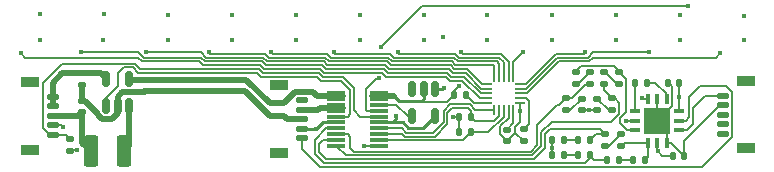
<source format=gbr>
%TF.GenerationSoftware,KiCad,Pcbnew,(6.0.0)*%
%TF.CreationDate,2022-04-23T18:16:59+01:00*%
%TF.ProjectId,pcb O,70636220-4f2e-46b6-9963-61645f706362,rev?*%
%TF.SameCoordinates,Original*%
%TF.FileFunction,Copper,L1,Top*%
%TF.FilePolarity,Positive*%
%FSLAX46Y46*%
G04 Gerber Fmt 4.6, Leading zero omitted, Abs format (unit mm)*
G04 Created by KiCad (PCBNEW (6.0.0)) date 2022-04-23 18:16:59*
%MOMM*%
%LPD*%
G01*
G04 APERTURE LIST*
G04 Aperture macros list*
%AMRoundRect*
0 Rectangle with rounded corners*
0 $1 Rounding radius*
0 $2 $3 $4 $5 $6 $7 $8 $9 X,Y pos of 4 corners*
0 Add a 4 corners polygon primitive as box body*
4,1,4,$2,$3,$4,$5,$6,$7,$8,$9,$2,$3,0*
0 Add four circle primitives for the rounded corners*
1,1,$1+$1,$2,$3*
1,1,$1+$1,$4,$5*
1,1,$1+$1,$6,$7*
1,1,$1+$1,$8,$9*
0 Add four rect primitives between the rounded corners*
20,1,$1+$1,$2,$3,$4,$5,0*
20,1,$1+$1,$4,$5,$6,$7,0*
20,1,$1+$1,$6,$7,$8,$9,0*
20,1,$1+$1,$8,$9,$2,$3,0*%
%AMFreePoly0*
4,1,14,0.354215,0.088284,0.450784,-0.008285,0.462500,-0.036569,0.462500,-0.060000,0.450784,-0.088284,0.422500,-0.100000,-0.422500,-0.100000,-0.450784,-0.088284,-0.462500,-0.060000,-0.462500,0.060000,-0.450784,0.088284,-0.422500,0.100000,0.325931,0.100000,0.354215,0.088284,0.354215,0.088284,$1*%
%AMFreePoly1*
4,1,14,0.450784,0.088284,0.462500,0.060000,0.462500,0.036569,0.450784,0.008285,0.354215,-0.088284,0.325931,-0.100000,-0.422500,-0.100000,-0.450784,-0.088284,-0.462500,-0.060000,-0.462500,0.060000,-0.450784,0.088284,-0.422500,0.100000,0.422500,0.100000,0.450784,0.088284,0.450784,0.088284,$1*%
%AMFreePoly2*
4,1,14,0.088284,0.450784,0.100000,0.422500,0.100000,-0.422500,0.088284,-0.450784,0.060000,-0.462500,-0.060000,-0.462500,-0.088284,-0.450784,-0.100000,-0.422500,-0.100000,0.325931,-0.088284,0.354215,0.008285,0.450784,0.036569,0.462500,0.060000,0.462500,0.088284,0.450784,0.088284,0.450784,$1*%
%AMFreePoly3*
4,1,14,-0.008285,0.450784,0.088284,0.354215,0.100000,0.325931,0.100000,-0.422500,0.088284,-0.450784,0.060000,-0.462500,-0.060000,-0.462500,-0.088284,-0.450784,-0.100000,-0.422500,-0.100000,0.422500,-0.088284,0.450784,-0.060000,0.462500,-0.036569,0.462500,-0.008285,0.450784,-0.008285,0.450784,$1*%
%AMFreePoly4*
4,1,14,0.450784,0.088284,0.462500,0.060000,0.462500,-0.060000,0.450784,-0.088284,0.422500,-0.100000,-0.325931,-0.100000,-0.354215,-0.088284,-0.450784,0.008285,-0.462500,0.036569,-0.462500,0.060000,-0.450784,0.088284,-0.422500,0.100000,0.422500,0.100000,0.450784,0.088284,0.450784,0.088284,$1*%
%AMFreePoly5*
4,1,14,0.450784,0.088284,0.462500,0.060000,0.462500,-0.060000,0.450784,-0.088284,0.422500,-0.100000,-0.422500,-0.100000,-0.450784,-0.088284,-0.462500,-0.060000,-0.462500,-0.036569,-0.450784,-0.008285,-0.354215,0.088284,-0.325931,0.100000,0.422500,0.100000,0.450784,0.088284,0.450784,0.088284,$1*%
%AMFreePoly6*
4,1,14,0.088284,0.450784,0.100000,0.422500,0.100000,-0.325931,0.088284,-0.354215,-0.008285,-0.450784,-0.036569,-0.462500,-0.060000,-0.462500,-0.088284,-0.450784,-0.100000,-0.422500,-0.100000,0.422500,-0.088284,0.450784,-0.060000,0.462500,0.060000,0.462500,0.088284,0.450784,0.088284,0.450784,$1*%
%AMFreePoly7*
4,1,14,0.088284,0.450784,0.100000,0.422500,0.100000,-0.422500,0.088284,-0.450784,0.060000,-0.462500,0.036569,-0.462500,0.008285,-0.450784,-0.088284,-0.354215,-0.100000,-0.325931,-0.100000,0.422500,-0.088284,0.450784,-0.060000,0.462500,0.060000,0.462500,0.088284,0.450784,0.088284,0.450784,$1*%
G04 Aperture macros list end*
%TA.AperFunction,SMDPad,CuDef*%
%ADD10RoundRect,0.135000X-0.185000X0.135000X-0.185000X-0.135000X0.185000X-0.135000X0.185000X0.135000X0*%
%TD*%
%TA.AperFunction,SMDPad,CuDef*%
%ADD11RoundRect,0.140000X0.170000X-0.140000X0.170000X0.140000X-0.170000X0.140000X-0.170000X-0.140000X0*%
%TD*%
%TA.AperFunction,SMDPad,CuDef*%
%ADD12RoundRect,0.140000X-0.170000X0.140000X-0.170000X-0.140000X0.170000X-0.140000X0.170000X0.140000X0*%
%TD*%
%TA.AperFunction,SMDPad,CuDef*%
%ADD13RoundRect,0.125000X-0.375000X0.125000X-0.375000X-0.125000X0.375000X-0.125000X0.375000X0.125000X0*%
%TD*%
%TA.AperFunction,SMDPad,CuDef*%
%ADD14RoundRect,0.225000X-0.575000X0.225000X-0.575000X-0.225000X0.575000X-0.225000X0.575000X0.225000X0*%
%TD*%
%TA.AperFunction,SMDPad,CuDef*%
%ADD15R,1.600000X0.300000*%
%TD*%
%TA.AperFunction,SMDPad,CuDef*%
%ADD16RoundRect,0.135000X0.135000X0.185000X-0.135000X0.185000X-0.135000X-0.185000X0.135000X-0.185000X0*%
%TD*%
%TA.AperFunction,SMDPad,CuDef*%
%ADD17RoundRect,0.250000X0.375000X1.075000X-0.375000X1.075000X-0.375000X-1.075000X0.375000X-1.075000X0*%
%TD*%
%TA.AperFunction,SMDPad,CuDef*%
%ADD18RoundRect,0.140000X0.140000X0.170000X-0.140000X0.170000X-0.140000X-0.170000X0.140000X-0.170000X0*%
%TD*%
%TA.AperFunction,SMDPad,CuDef*%
%ADD19R,0.965200X0.304800*%
%TD*%
%TA.AperFunction,SMDPad,CuDef*%
%ADD20R,0.304800X0.965200*%
%TD*%
%TA.AperFunction,SMDPad,CuDef*%
%ADD21R,2.260600X2.260600*%
%TD*%
%TA.AperFunction,SMDPad,CuDef*%
%ADD22RoundRect,0.150000X-0.150000X0.512500X-0.150000X-0.512500X0.150000X-0.512500X0.150000X0.512500X0*%
%TD*%
%TA.AperFunction,SMDPad,CuDef*%
%ADD23FreePoly0,90.000000*%
%TD*%
%TA.AperFunction,SMDPad,CuDef*%
%ADD24RoundRect,0.050000X0.050000X-0.412500X0.050000X0.412500X-0.050000X0.412500X-0.050000X-0.412500X0*%
%TD*%
%TA.AperFunction,SMDPad,CuDef*%
%ADD25FreePoly1,90.000000*%
%TD*%
%TA.AperFunction,SMDPad,CuDef*%
%ADD26FreePoly2,90.000000*%
%TD*%
%TA.AperFunction,SMDPad,CuDef*%
%ADD27RoundRect,0.050000X0.412500X-0.050000X0.412500X0.050000X-0.412500X0.050000X-0.412500X-0.050000X0*%
%TD*%
%TA.AperFunction,SMDPad,CuDef*%
%ADD28FreePoly3,90.000000*%
%TD*%
%TA.AperFunction,SMDPad,CuDef*%
%ADD29FreePoly4,90.000000*%
%TD*%
%TA.AperFunction,SMDPad,CuDef*%
%ADD30FreePoly5,90.000000*%
%TD*%
%TA.AperFunction,SMDPad,CuDef*%
%ADD31FreePoly6,90.000000*%
%TD*%
%TA.AperFunction,SMDPad,CuDef*%
%ADD32FreePoly7,90.000000*%
%TD*%
%TA.AperFunction,SMDPad,CuDef*%
%ADD33RoundRect,0.140000X-0.140000X-0.170000X0.140000X-0.170000X0.140000X0.170000X-0.140000X0.170000X0*%
%TD*%
%TA.AperFunction,SMDPad,CuDef*%
%ADD34RoundRect,0.150000X0.150000X-0.512500X0.150000X0.512500X-0.150000X0.512500X-0.150000X-0.512500X0*%
%TD*%
%TA.AperFunction,SMDPad,CuDef*%
%ADD35RoundRect,0.135000X0.185000X-0.135000X0.185000X0.135000X-0.185000X0.135000X-0.185000X-0.135000X0*%
%TD*%
%TA.AperFunction,SMDPad,CuDef*%
%ADD36RoundRect,0.125000X0.375000X-0.125000X0.375000X0.125000X-0.375000X0.125000X-0.375000X-0.125000X0*%
%TD*%
%TA.AperFunction,SMDPad,CuDef*%
%ADD37RoundRect,0.225000X0.575000X-0.225000X0.575000X0.225000X-0.575000X0.225000X-0.575000X-0.225000X0*%
%TD*%
%TA.AperFunction,ViaPad*%
%ADD38C,0.400000*%
%TD*%
%TA.AperFunction,Conductor*%
%ADD39C,0.127000*%
%TD*%
%TA.AperFunction,Conductor*%
%ADD40C,0.508000*%
%TD*%
%TA.AperFunction,Conductor*%
%ADD41C,0.254000*%
%TD*%
G04 APERTURE END LIST*
D10*
%TO.P,R51,1*%
%TO.N,/A3*%
X71700000Y-117390000D03*
%TO.P,R51,2*%
%TO.N,GND*%
X71700000Y-118410000D03*
%TD*%
D11*
%TO.P,C86,1,1*%
%TO.N,Net-(C86-Pad1)*%
X114489588Y-112660000D03*
%TO.P,C86,2,2*%
%TO.N,Net-(C82-Pad2)*%
X114489588Y-111700000D03*
%TD*%
D12*
%TO.P,C80,1,1*%
%TO.N,Net-(C80-Pad1)*%
X116289588Y-113940000D03*
%TO.P,C80,2,2*%
%TO.N,GNDA*%
X116289588Y-114900000D03*
%TD*%
D13*
%TO.P,J5,1,Pin_1*%
%TO.N,unconnected-(J5-Pad1)*%
X70220000Y-113800000D03*
%TO.P,J5,2,Pin_2*%
%TO.N,/LED_FB*%
X70220000Y-114600000D03*
%TO.P,J5,3,Pin_3*%
%TO.N,/LED_SW*%
X70220000Y-115400000D03*
%TO.P,J5,4,Pin_4*%
%TO.N,+3V3*%
X70220000Y-116200000D03*
%TO.P,J5,5,Pin_5*%
%TO.N,/A3*%
X70220000Y-117000000D03*
D14*
%TO.P,J5,MP*%
%TO.N,N/C*%
X68300000Y-118250000D03*
X68300000Y-112550000D03*
%TD*%
D15*
%TO.P,J11,1,Pin_1*%
%TO.N,/vs1053_LEFT*%
X94200000Y-117950000D03*
%TO.P,J11,2,Pin_2*%
%TO.N,/vs1053_RIGHT*%
X94200000Y-117450000D03*
%TO.P,J11,3,Pin_3*%
%TO.N,/AOHPL*%
X94200000Y-116950000D03*
%TO.P,J11,4,Pin_4*%
%TO.N,/AOHPR*%
X94200000Y-116450000D03*
%TO.P,J11,5,Pin_5*%
%TO.N,GNDA*%
X94200000Y-115950000D03*
%TO.P,J11,6,Pin_6*%
%TO.N,/D7*%
X94200000Y-115450000D03*
%TO.P,J11,7,Pin_7*%
%TO.N,+BATT*%
X94200000Y-114950000D03*
%TO.P,J11,8,Pin_8*%
X94200000Y-114450000D03*
%TO.P,J11,9,Pin_9*%
%TO.N,VBUS*%
X94200000Y-113950000D03*
%TO.P,J11,10,Pin_10*%
X94200000Y-113450000D03*
%TO.P,J11,11,Pin_11*%
%TO.N,+1V8*%
X97800000Y-117950000D03*
%TO.P,J11,12,Pin_12*%
%TO.N,/SDA*%
X97800000Y-117450000D03*
%TO.P,J11,13,Pin_13*%
%TO.N,/SCL*%
X97800000Y-116950000D03*
%TO.P,J11,14,Pin_14*%
%TO.N,/D3*%
X97800000Y-116450000D03*
%TO.P,J11,15,Pin_15*%
%TO.N,+3V3*%
X97800000Y-115950000D03*
%TO.P,J11,16,Pin_16*%
%TO.N,/A3*%
X97800000Y-115450000D03*
%TO.P,J11,17,Pin_17*%
%TO.N,/D2*%
X97800000Y-114950000D03*
%TO.P,J11,18,Pin_18*%
%TO.N,/D11*%
X97800000Y-114450000D03*
%TO.P,J11,19,Pin_19*%
%TO.N,GND*%
X97800000Y-113950000D03*
%TO.P,J11,20,Pin_20*%
X97800000Y-113450000D03*
%TD*%
D10*
%TO.P,R80,1,1*%
%TO.N,/vs1053_LEFT*%
X117589588Y-113910000D03*
%TO.P,R80,2,2*%
%TO.N,Net-(C80-Pad1)*%
X117589588Y-114930000D03*
%TD*%
D16*
%TO.P,R42,1,1*%
%TO.N,/SDA*%
X105620000Y-116800000D03*
%TO.P,R42,2,2*%
%TO.N,+3V3*%
X104600000Y-116800000D03*
%TD*%
%TO.P,R41,1,1*%
%TO.N,/SCL*%
X105620000Y-115500000D03*
%TO.P,R41,2,2*%
%TO.N,+3V3*%
X104600000Y-115500000D03*
%TD*%
D17*
%TO.P,L50,1,1*%
%TO.N,Net-(L50-Pad1)*%
X76225000Y-118400000D03*
%TO.P,L50,2,2*%
%TO.N,/LED_SW*%
X73425000Y-118400000D03*
%TD*%
D18*
%TO.P,C85,1,1*%
%TO.N,Net-(C85-Pad1)*%
X113475000Y-118750000D03*
%TO.P,C85,2,2*%
%TO.N,GNDA*%
X112515000Y-118750000D03*
%TD*%
D11*
%TO.P,C83,1,1*%
%TO.N,Net-(C83-Pad1)*%
X118305000Y-117930000D03*
%TO.P,C83,2,2*%
%TO.N,Net-(C83-Pad2)*%
X118305000Y-116970000D03*
%TD*%
D13*
%TO.P,J80,1,Pin_1*%
%TO.N,unconnected-(J80-Pad1)*%
X91315724Y-114070000D03*
%TO.P,J80,2,Pin_2*%
%TO.N,+BATT*%
X91315724Y-114870000D03*
%TO.P,J80,3,Pin_3*%
%TO.N,GND*%
X91315724Y-115670000D03*
%TO.P,J80,4,Pin_4*%
%TO.N,GNDA*%
X91315724Y-116470000D03*
%TO.P,J80,5,Pin_5*%
%TO.N,/L_OUT*%
X91315724Y-117270000D03*
D14*
%TO.P,J80,MP*%
%TO.N,N/C*%
X89395724Y-118520000D03*
X89395724Y-112820000D03*
%TD*%
D10*
%TO.P,R82,1,1*%
%TO.N,Net-(C82-Pad1)*%
X116889588Y-111670000D03*
%TO.P,R82,2,2*%
%TO.N,/vs1053_LEFT*%
X116889588Y-112690000D03*
%TD*%
D16*
%TO.P,R87,1,1*%
%TO.N,Net-(C87-Pad1)*%
X118155000Y-119100000D03*
%TO.P,R87,2,2*%
%TO.N,/AOHPR*%
X117135000Y-119100000D03*
%TD*%
D19*
%TO.P,U8,1,C1N*%
%TO.N,Net-(C88-Pad1)*%
X119522688Y-114999999D03*
%TO.P,U8,2,PVSS*%
%TO.N,Net-(C89-Pad1)*%
X119522688Y-115800000D03*
%TO.P,U8,3,INL*%
%TO.N,Net-(C82-Pad2)*%
X119522688Y-116600001D03*
D20*
%TO.P,U8,4,INR*%
%TO.N,Net-(C83-Pad1)*%
X120589587Y-117666900D03*
%TO.P,U8,5,VSS*%
%TO.N,Net-(C89-Pad1)*%
X121389588Y-117666900D03*
%TO.P,U8,6,SGND*%
%TO.N,GNDA*%
X122189589Y-117666900D03*
D19*
%TO.P,U8,7,OUTR*%
%TO.N,/R_OUT*%
X123256488Y-116600001D03*
%TO.P,U8,8,OUTL*%
%TO.N,/L_OUT*%
X123256488Y-115800000D03*
%TO.P,U8,9,VDD*%
%TO.N,+1V8*%
X123256488Y-114999999D03*
D20*
%TO.P,U8,10,C1P*%
%TO.N,Net-(C88-Pad2)*%
X122189589Y-113933100D03*
%TO.P,U8,11,PGND*%
%TO.N,GNDA*%
X121389588Y-113933100D03*
%TO.P,U8,12,~{SHDN}*%
%TO.N,+1V8*%
X120589587Y-113933100D03*
D21*
%TO.P,U8,13,EP*%
%TO.N,GNDA*%
X121389588Y-115800000D03*
%TD*%
D22*
%TO.P,U6,1,OUT*%
%TO.N,/RGB_VDD*%
X102550000Y-113162500D03*
%TO.P,U6,2,GND*%
%TO.N,GND*%
X101600000Y-113162500D03*
%TO.P,U6,3,~{FLG}*%
%TO.N,unconnected-(U6-Pad3)*%
X100650000Y-113162500D03*
%TO.P,U6,4,EN*%
%TO.N,/D11*%
X100650000Y-115437500D03*
%TO.P,U6,5,IN*%
%TO.N,+3V3*%
X102550000Y-115437500D03*
%TD*%
D10*
%TO.P,R84,1,1*%
%TO.N,/AOHPL*%
X113689588Y-113910000D03*
%TO.P,R84,2,2*%
%TO.N,Net-(C84-Pad1)*%
X113689588Y-114930000D03*
%TD*%
D16*
%TO.P,R81,1,1*%
%TO.N,/vs1053_RIGHT*%
X115705000Y-117400000D03*
%TO.P,R81,2,2*%
%TO.N,Net-(C81-Pad1)*%
X114685000Y-117400000D03*
%TD*%
D23*
%TO.P,U4,1,#IRQ*%
%TO.N,/D3*%
X107600000Y-114887500D03*
D24*
%TO.P,U4,2,SCL*%
%TO.N,/SCL*%
X108000000Y-114887500D03*
%TO.P,U4,3,SDA*%
%TO.N,/SDA*%
X108400000Y-114887500D03*
%TO.P,U4,4,ADDR*%
%TO.N,GND*%
X108800000Y-114887500D03*
D25*
%TO.P,U4,5,VREG*%
%TO.N,Net-(C41-Pad1)*%
X109200000Y-114887500D03*
D26*
%TO.P,U4,6,VSS*%
%TO.N,GND*%
X109787500Y-114300000D03*
D27*
%TO.P,U4,7,REXT*%
%TO.N,Net-(R40-Pad2)*%
X109787500Y-113900000D03*
%TO.P,U4,8,ELE0*%
%TO.N,/ELEC0*%
X109787500Y-113500000D03*
%TO.P,U4,9,ELE1*%
%TO.N,/ELEC1*%
X109787500Y-113100000D03*
D28*
%TO.P,U4,10,ELE2*%
%TO.N,/ELEC2*%
X109787500Y-112700000D03*
D29*
%TO.P,U4,11,ELE3*%
%TO.N,/ELEC3*%
X109200000Y-112112500D03*
D24*
%TO.P,U4,12,ELE4/LED0*%
%TO.N,/ELEC4*%
X108800000Y-112112500D03*
%TO.P,U4,13,ELE5/LED1*%
%TO.N,/ELEC5*%
X108400000Y-112112500D03*
%TO.P,U4,14,ELE6/LED2*%
%TO.N,/ELEC6*%
X108000000Y-112112500D03*
D30*
%TO.P,U4,15,ELE7/LED3*%
%TO.N,/ELEC7*%
X107600000Y-112112500D03*
D31*
%TO.P,U4,16,ELE8/LED4*%
%TO.N,/ELEC8*%
X107012500Y-112700000D03*
D27*
%TO.P,U4,17,ELE9/LED5*%
%TO.N,/ELEC9*%
X107012500Y-113100000D03*
%TO.P,U4,18,ELE10/LED6*%
%TO.N,/ELEC10*%
X107012500Y-113500000D03*
%TO.P,U4,19,ELE11/LED7*%
%TO.N,/ELEC11*%
X107012500Y-113900000D03*
D32*
%TO.P,U4,20,VDD*%
%TO.N,+3V3*%
X107012500Y-114300000D03*
%TD*%
D33*
%TO.P,C89,1,1*%
%TO.N,Net-(C89-Pad1)*%
X122725000Y-118800000D03*
%TO.P,C89,2,2*%
%TO.N,GNDA*%
X123685000Y-118800000D03*
%TD*%
D18*
%TO.P,C40,1,1*%
%TO.N,+3V3*%
X105180000Y-113600000D03*
%TO.P,C40,2,2*%
%TO.N,GND*%
X104220000Y-113600000D03*
%TD*%
D34*
%TO.P,U5,1,EN*%
%TO.N,/D7*%
X74750000Y-114537500D03*
%TO.P,U5,2,GND*%
%TO.N,GND*%
X75700000Y-114537500D03*
%TO.P,U5,3,SW*%
%TO.N,Net-(L50-Pad1)*%
X76650000Y-114537500D03*
%TO.P,U5,4,VIN*%
%TO.N,VBUS*%
X76650000Y-112262500D03*
%TO.P,U5,5,FB*%
%TO.N,/LED_FB*%
X74750000Y-112262500D03*
%TD*%
D35*
%TO.P,R83,1,1*%
%TO.N,Net-(C83-Pad2)*%
X116955000Y-117960000D03*
%TO.P,R83,2,2*%
%TO.N,/vs1053_RIGHT*%
X116955000Y-116940000D03*
%TD*%
%TO.P,R40,1,1*%
%TO.N,GND*%
X110065000Y-117565000D03*
%TO.P,R40,2,2*%
%TO.N,Net-(R40-Pad2)*%
X110065000Y-116545000D03*
%TD*%
D11*
%TO.P,C50,1,1*%
%TO.N,/LED_SW*%
X72700000Y-115080000D03*
%TO.P,C50,2,2*%
%TO.N,GND*%
X72700000Y-114120000D03*
%TD*%
D10*
%TO.P,R50,1*%
%TO.N,/LED_FB*%
X72700000Y-111790000D03*
%TO.P,R50,2*%
%TO.N,GND*%
X72700000Y-112810000D03*
%TD*%
D11*
%TO.P,C82,1,1*%
%TO.N,Net-(C82-Pad1)*%
X118189588Y-112660000D03*
%TO.P,C82,2,2*%
%TO.N,Net-(C82-Pad2)*%
X118189588Y-111700000D03*
%TD*%
D18*
%TO.P,C810,1,1*%
%TO.N,+1V8*%
X123269588Y-112600000D03*
%TO.P,C810,2,2*%
%TO.N,GNDA*%
X122309588Y-112600000D03*
%TD*%
D33*
%TO.P,C88,1,1*%
%TO.N,Net-(C88-Pad1)*%
X119542688Y-112600000D03*
%TO.P,C88,2,2*%
%TO.N,Net-(C88-Pad2)*%
X120502688Y-112600000D03*
%TD*%
D11*
%TO.P,C51,1,1*%
%TO.N,GND*%
X78100000Y-113280000D03*
%TO.P,C51,2,2*%
%TO.N,VBUS*%
X78100000Y-112320000D03*
%TD*%
D12*
%TO.P,C84,1,1*%
%TO.N,Net-(C84-Pad1)*%
X114989588Y-113940000D03*
%TO.P,C84,2,2*%
%TO.N,GNDA*%
X114989588Y-114900000D03*
%TD*%
D18*
%TO.P,C81,1,1*%
%TO.N,Net-(C81-Pad1)*%
X113475000Y-117400000D03*
%TO.P,C81,2,2*%
%TO.N,GNDA*%
X112515000Y-117400000D03*
%TD*%
D12*
%TO.P,C41,1,1*%
%TO.N,Net-(C41-Pad1)*%
X108665000Y-116575000D03*
%TO.P,C41,2,2*%
%TO.N,GND*%
X108665000Y-117535000D03*
%TD*%
D36*
%TO.P,J81,1,Pin_1*%
%TO.N,unconnected-(J81-Pad1)*%
X126970000Y-116890000D03*
%TO.P,J81,2,Pin_2*%
%TO.N,unconnected-(J81-Pad2)*%
X126970000Y-116090000D03*
%TO.P,J81,3,Pin_3*%
%TO.N,unconnected-(J81-Pad3)*%
X126970000Y-115290000D03*
%TO.P,J81,4,Pin_4*%
%TO.N,GNDA*%
X126970000Y-114490000D03*
%TO.P,J81,5,Pin_5*%
%TO.N,/R_OUT*%
X126970000Y-113690000D03*
D37*
%TO.P,J81,MP*%
%TO.N,N/C*%
X128890000Y-118140000D03*
X128890000Y-112440000D03*
%TD*%
D33*
%TO.P,C87,1,1*%
%TO.N,Net-(C87-Pad1)*%
X119375000Y-119100000D03*
%TO.P,C87,2,2*%
%TO.N,Net-(C83-Pad1)*%
X120335000Y-119100000D03*
%TD*%
D10*
%TO.P,R86,1,1*%
%TO.N,Net-(C86-Pad1)*%
X115689588Y-111670000D03*
%TO.P,R86,2,2*%
%TO.N,/AOHPL*%
X115689588Y-112690000D03*
%TD*%
D16*
%TO.P,R85,1,1*%
%TO.N,/AOHPR*%
X115715000Y-118750000D03*
%TO.P,R85,2,2*%
%TO.N,Net-(C85-Pad1)*%
X114695000Y-118750000D03*
%TD*%
D38*
%TO.N,GND*%
X80000000Y-106848509D03*
X123305924Y-106837000D03*
X96200000Y-109000000D03*
X69100000Y-109000000D03*
X107000000Y-109000000D03*
X72700000Y-113400000D03*
X69100000Y-106798509D03*
X128700000Y-106900000D03*
X96200000Y-106848509D03*
X107000317Y-106848509D03*
X101602462Y-106848509D03*
X101600000Y-109000000D03*
X128700000Y-109000000D03*
X99100000Y-113700000D03*
X109800000Y-115000000D03*
X85407793Y-106848509D03*
X72300000Y-118300000D03*
X104600000Y-112900000D03*
X74500000Y-109000000D03*
X123300000Y-109000000D03*
X117907471Y-106848509D03*
X80000000Y-109000000D03*
X117900000Y-109000000D03*
X85400000Y-109000000D03*
X112500000Y-106848509D03*
X90800000Y-109000000D03*
X89800000Y-115400000D03*
X90800000Y-106848509D03*
X76100000Y-113400000D03*
X112500000Y-109000000D03*
X74502781Y-106798509D03*
%TO.N,GNDA*%
X122189588Y-115000000D03*
X115609588Y-114900000D03*
X112515000Y-118090000D03*
X120589588Y-116600000D03*
X92500000Y-116500000D03*
X120589588Y-115000000D03*
X122189588Y-116600000D03*
%TO.N,+3V3*%
X71100000Y-116300000D03*
X99300000Y-115400000D03*
X104100000Y-115500000D03*
%TO.N,+1V8*%
X96600000Y-117957440D03*
X120122688Y-113900000D03*
X123256488Y-113766900D03*
%TO.N,/RGB_VDD*%
X103262500Y-108700000D03*
X103300000Y-113000000D03*
%TO.N,/D2*%
X124000000Y-106100000D03*
X98000000Y-109600000D03*
X97854890Y-112232091D03*
%TO.N,/ELEC0*%
X126700000Y-110100000D03*
%TO.N,/ELEC1*%
X120700000Y-110000000D03*
%TO.N,/ELEC2*%
X115300000Y-110000000D03*
%TO.N,/ELEC3*%
X110000000Y-110000000D03*
%TO.N,/ELEC4*%
X104808276Y-109991724D03*
%TO.N,/ELEC5*%
X99400000Y-110000000D03*
%TO.N,/ELEC6*%
X94000000Y-110000000D03*
%TO.N,/ELEC7*%
X88700000Y-110000000D03*
%TO.N,/ELEC8*%
X83400000Y-110000000D03*
%TO.N,/ELEC9*%
X78100000Y-110000000D03*
%TO.N,/ELEC10*%
X72600000Y-110000000D03*
%TO.N,/ELEC11*%
X67500000Y-110100000D03*
%TO.N,Net-(C89-Pad1)*%
X121422688Y-118400000D03*
X118722688Y-115800000D03*
%TD*%
D39*
%TO.N,GND*%
X71810000Y-118300000D02*
X71700000Y-118410000D01*
D40*
X89800000Y-115400000D02*
X90070000Y-115670000D01*
D41*
X99551520Y-114151520D02*
X99100000Y-113700000D01*
D40*
X90070000Y-115670000D02*
X91315724Y-115670000D01*
D39*
X108800000Y-115560044D02*
X108800000Y-114887500D01*
X101496960Y-114200000D02*
X103620000Y-114200000D01*
D40*
X72700000Y-114100000D02*
X72700000Y-113400000D01*
D39*
X108091980Y-116961980D02*
X108091980Y-116268064D01*
D40*
X76100000Y-113400000D02*
X77980000Y-113400000D01*
X73996480Y-115196480D02*
X73996480Y-115299986D01*
D39*
X109335000Y-116865000D02*
X109335000Y-116366770D01*
X101448480Y-114151520D02*
X101496960Y-114200000D01*
X108091980Y-116268064D02*
X108800000Y-115560044D01*
D40*
X74350014Y-115653520D02*
X75203502Y-115653520D01*
X75203502Y-115653520D02*
X75700000Y-115157022D01*
X86480000Y-113280000D02*
X88600000Y-115400000D01*
X72700000Y-114120000D02*
X72700000Y-114100000D01*
X72700000Y-113400000D02*
X72700000Y-112810000D01*
D39*
X108665000Y-117535000D02*
X108091980Y-116961980D01*
D40*
X75700000Y-115157022D02*
X75700000Y-114537500D01*
X88600000Y-115400000D02*
X89800000Y-115400000D01*
D39*
X109800000Y-115000000D02*
X109800000Y-114312500D01*
D40*
X77980000Y-113400000D02*
X78100000Y-113280000D01*
D39*
X109800000Y-115901770D02*
X109800000Y-115000000D01*
D41*
X101448480Y-114151520D02*
X99551520Y-114151520D01*
X101600000Y-114000000D02*
X101600000Y-113162500D01*
D39*
X103620000Y-114200000D02*
X104220000Y-113600000D01*
X110065000Y-117565000D02*
X109365000Y-116865000D01*
X104220000Y-113600000D02*
X104220000Y-113280000D01*
D40*
X72700000Y-114120000D02*
X72920000Y-114120000D01*
D39*
X109800000Y-114312500D02*
X109787500Y-114300000D01*
D41*
X101600000Y-114000000D02*
X101448480Y-114151520D01*
D40*
X78100000Y-113280000D02*
X86480000Y-113280000D01*
X73996480Y-115299986D02*
X74350014Y-115653520D01*
X75700000Y-113800000D02*
X76100000Y-113400000D01*
X75700000Y-114537500D02*
X75700000Y-113800000D01*
D39*
X72300000Y-118300000D02*
X71810000Y-118300000D01*
X109335000Y-116865000D02*
X108665000Y-117535000D01*
D40*
X99100000Y-113700000D02*
X97254009Y-113700000D01*
X72920000Y-114120000D02*
X73996480Y-115196480D01*
D39*
X104220000Y-113280000D02*
X104600000Y-112900000D01*
X109335000Y-116366770D02*
X109800000Y-115901770D01*
%TO.N,GNDA*%
X121389588Y-113933100D02*
X121389588Y-115800000D01*
D41*
X92500000Y-116500000D02*
X91345724Y-116500000D01*
X91345724Y-116500000D02*
X91315724Y-116470000D01*
D39*
X122605000Y-112895412D02*
X122605000Y-114584588D01*
X122189589Y-117666900D02*
X122551900Y-117666900D01*
X122189588Y-116600000D02*
X121389588Y-115800000D01*
X112515000Y-118090000D02*
X112515000Y-117400000D01*
X122189589Y-117666900D02*
X122189589Y-116600001D01*
X126970000Y-114490000D02*
X126721257Y-114490000D01*
X122605000Y-114584588D02*
X122189588Y-115000000D01*
D41*
X94200000Y-115950000D02*
X93050000Y-115950000D01*
D39*
X115609588Y-114900000D02*
X116289588Y-114900000D01*
X122189589Y-116600001D02*
X122189588Y-116600000D01*
X114989588Y-114900000D02*
X115609588Y-114900000D01*
D41*
X93050000Y-115950000D02*
X92500000Y-116500000D01*
D39*
X122309588Y-112600000D02*
X122605000Y-112895412D01*
X126721257Y-114490000D02*
X123685000Y-117526257D01*
X122551900Y-117666900D02*
X123685000Y-118800000D01*
X112515000Y-118750000D02*
X112515000Y-118090000D01*
X123685000Y-117526257D02*
X123685000Y-118800000D01*
%TO.N,+3V3*%
X71000000Y-116200000D02*
X71100000Y-116300000D01*
D41*
X97800000Y-115950000D02*
X99050000Y-115950000D01*
X99050000Y-115950000D02*
X99300000Y-115700000D01*
D39*
X70210000Y-116200000D02*
X71000000Y-116200000D01*
X107012500Y-114300000D02*
X105880000Y-114300000D01*
D41*
X99300000Y-115700000D02*
X99300000Y-115400000D01*
X99050000Y-115950000D02*
X99826099Y-115950000D01*
D39*
X104600000Y-115500000D02*
X104100000Y-115500000D01*
X104600000Y-115500000D02*
X104600000Y-116800000D01*
D41*
X101560980Y-116426520D02*
X102550000Y-115437500D01*
X99826099Y-115950000D02*
X100302619Y-116426520D01*
D39*
X105880000Y-114300000D02*
X105180000Y-113600000D01*
D41*
X100302619Y-116426520D02*
X101560980Y-116426520D01*
D39*
%TO.N,Net-(C41-Pad1)*%
X109200000Y-116040000D02*
X109200000Y-114887500D01*
X108665000Y-116575000D02*
X109200000Y-116040000D01*
D40*
%TO.N,/LED_SW*%
X72700000Y-115080000D02*
X72380000Y-115400000D01*
X72700000Y-115080000D02*
X72700000Y-117675000D01*
X72700000Y-117675000D02*
X73425000Y-118400000D01*
X72380000Y-115400000D02*
X70210000Y-115400000D01*
%TO.N,VBUS*%
X86606152Y-112320000D02*
X88586152Y-114300000D01*
X92220000Y-113340000D02*
X92590000Y-113710000D01*
X88586152Y-114300000D02*
X89767574Y-114300000D01*
X76707500Y-112320000D02*
X78100000Y-112320000D01*
X92220000Y-113340000D02*
X90727574Y-113340000D01*
X92590000Y-113710000D02*
X94770000Y-113710000D01*
X76650000Y-112262500D02*
X76707500Y-112320000D01*
X90727574Y-113340000D02*
X89767574Y-114300000D01*
X78100000Y-112320000D02*
X86606152Y-112320000D01*
D39*
%TO.N,+1V8*%
X96607440Y-117950000D02*
X96600000Y-117957440D01*
X123256488Y-113766900D02*
X123256488Y-112613100D01*
X120155788Y-113933100D02*
X120122688Y-113900000D01*
X123256488Y-114999999D02*
X123256488Y-113766900D01*
X120589587Y-113933100D02*
X120155788Y-113933100D01*
X97800000Y-117950000D02*
X96607440Y-117950000D01*
D40*
%TO.N,+BATT*%
X92800000Y-114700000D02*
X92630000Y-114870000D01*
X92630000Y-114870000D02*
X91315724Y-114870000D01*
X92800000Y-114700000D02*
X94800000Y-114700000D01*
D39*
%TO.N,Net-(C80-Pad1)*%
X117279588Y-114930000D02*
X116289588Y-113940000D01*
X117589588Y-114930000D02*
X117279588Y-114930000D01*
%TO.N,Net-(C81-Pad1)*%
X113475000Y-117400000D02*
X114685000Y-117400000D01*
%TO.N,Net-(C82-Pad2)*%
X114389588Y-111700000D02*
X114952608Y-111136980D01*
X118259677Y-115991787D02*
X118867891Y-116600001D01*
X117726568Y-111136980D02*
X118289588Y-111700000D01*
X118762608Y-115105282D02*
X118259677Y-115608213D01*
X118189588Y-111700000D02*
X118762608Y-112273020D01*
X114952608Y-111136980D02*
X117726568Y-111136980D01*
X118867891Y-116600001D02*
X119522688Y-116600001D01*
X118762608Y-112273020D02*
X118762608Y-115105282D01*
X118259677Y-115608213D02*
X118259677Y-115991787D01*
D41*
%TO.N,/RGB_VDD*%
X103137500Y-113162500D02*
X103300000Y-113000000D01*
X102550000Y-113162500D02*
X103137500Y-113162500D01*
D39*
%TO.N,Net-(R40-Pad2)*%
X110298534Y-113900000D02*
X109787500Y-113900000D01*
X110513020Y-114114486D02*
X110298534Y-113900000D01*
X110065000Y-116545000D02*
X110513020Y-116096980D01*
X110513020Y-116096980D02*
X110513020Y-114114486D01*
%TO.N,/SCL*%
X107598534Y-115800000D02*
X105920000Y-115800000D01*
X108000000Y-114887500D02*
X108000000Y-115398534D01*
X102552807Y-117143060D02*
X103626520Y-116069348D01*
X103626520Y-115117020D02*
X104017020Y-114726520D01*
X99812757Y-116950000D02*
X100005817Y-117143060D01*
X100005817Y-117143060D02*
X102552807Y-117143060D01*
X97800000Y-116950000D02*
X99812757Y-116950000D01*
X105920000Y-115800000D02*
X105620000Y-115500000D01*
X104017020Y-114726520D02*
X105364750Y-114726520D01*
X108000000Y-115398534D02*
X107598534Y-115800000D01*
X105620000Y-114981770D02*
X105620000Y-115500000D01*
X103626520Y-116069348D02*
X103626520Y-115117020D01*
X105364750Y-114726520D02*
X105620000Y-114981770D01*
%TO.N,/SDA*%
X105620000Y-116800000D02*
X107066637Y-116800000D01*
X107066637Y-116800000D02*
X108400000Y-115466637D01*
X97819580Y-117469580D02*
X104950420Y-117469580D01*
X104950420Y-117469580D02*
X105620000Y-116800000D01*
X108400000Y-115466637D02*
X108400000Y-114887500D01*
X97800000Y-117450000D02*
X97819580Y-117469580D01*
D40*
%TO.N,/LED_FB*%
X70210000Y-112590000D02*
X71010000Y-111790000D01*
X70210000Y-114600000D02*
X70210000Y-112590000D01*
X71010000Y-111790000D02*
X72700000Y-111790000D01*
X74750000Y-112262500D02*
X74277500Y-111790000D01*
X74277500Y-111790000D02*
X72700000Y-111790000D01*
D39*
%TO.N,/D2*%
X97667909Y-112232091D02*
X97854890Y-112232091D01*
X96736989Y-113163011D02*
X97100000Y-112800000D01*
X96823978Y-114950000D02*
X96736989Y-114863011D01*
X101500000Y-106100000D02*
X98000000Y-109600000D01*
X97800000Y-114950000D02*
X96823978Y-114950000D01*
X96736989Y-114863011D02*
X96736989Y-113163011D01*
X124000000Y-106100000D02*
X101500000Y-106100000D01*
X97100000Y-112800000D02*
X97667909Y-112232091D01*
%TO.N,/vs1053_RIGHT*%
X110926520Y-119073480D02*
X111900000Y-118100000D01*
X116541520Y-116526520D02*
X116955000Y-116940000D01*
X93335250Y-119073480D02*
X110926520Y-119073480D01*
X116165000Y-116940000D02*
X115705000Y-117400000D01*
X116955000Y-116940000D02*
X116165000Y-116940000D01*
X93050000Y-117450000D02*
X92726520Y-117773480D01*
X92726520Y-117773480D02*
X92726520Y-118464750D01*
X111900000Y-116900000D02*
X112273480Y-116526520D01*
X112273480Y-116526520D02*
X116541520Y-116526520D01*
X111900000Y-118100000D02*
X111900000Y-116900000D01*
X94200000Y-117450000D02*
X93050000Y-117450000D01*
X92726520Y-118464750D02*
X93335250Y-119073480D01*
%TO.N,/vs1053_LEFT*%
X116889588Y-112690000D02*
X116889588Y-113210000D01*
X110791270Y-118746960D02*
X94996960Y-118746960D01*
X118172608Y-115233512D02*
X117506120Y-115900000D01*
X117589588Y-113910000D02*
X117799588Y-113910000D01*
X117799588Y-113910000D02*
X118172608Y-114283020D01*
X116889588Y-113210000D02*
X117589588Y-113910000D01*
X112438230Y-115900000D02*
X111573480Y-116764750D01*
X94996960Y-118746960D02*
X94200000Y-117950000D01*
X111573480Y-116764750D02*
X111573480Y-117964750D01*
X111573480Y-117964750D02*
X110791270Y-118746960D01*
X117506120Y-115900000D02*
X112438230Y-115900000D01*
X118172608Y-114283020D02*
X118172608Y-115233512D01*
%TO.N,Net-(C82-Pad1)*%
X117979588Y-112660000D02*
X116989588Y-111670000D01*
X118289588Y-112660000D02*
X117979588Y-112660000D01*
%TO.N,/AOHPR*%
X92400000Y-118600000D02*
X93200000Y-119400000D01*
X116065000Y-119100000D02*
X115715000Y-118750000D01*
X93350000Y-116450000D02*
X92400000Y-117400000D01*
X117135000Y-119100000D02*
X116065000Y-119100000D01*
X94200000Y-116450000D02*
X93350000Y-116450000D01*
X92400000Y-117400000D02*
X92400000Y-118600000D01*
X93200000Y-119400000D02*
X115305000Y-119400000D01*
X115305000Y-119400000D02*
X115715000Y-118990000D01*
X115715000Y-118990000D02*
X115715000Y-118750000D01*
%TO.N,/AOHPL*%
X112906980Y-114493020D02*
X113106568Y-114493020D01*
X111246960Y-117829500D02*
X111246960Y-116153040D01*
X113106568Y-114493020D02*
X113689588Y-113910000D01*
X115689588Y-112690000D02*
X115359632Y-112690000D01*
X95400000Y-117173978D02*
X95400000Y-118100000D01*
X94200000Y-116950000D02*
X95176022Y-116950000D01*
X111246960Y-116153040D02*
X112906980Y-114493020D01*
X95176022Y-116950000D02*
X95400000Y-117173978D01*
X95400000Y-118100000D02*
X95720440Y-118420440D01*
X110656020Y-118420440D02*
X111246960Y-117829500D01*
X114139632Y-113910000D02*
X113689588Y-113910000D01*
X95720440Y-118420440D02*
X110656020Y-118420440D01*
X115359632Y-112690000D02*
X114139632Y-113910000D01*
%TO.N,/L_OUT*%
X124100000Y-115500000D02*
X123800000Y-115800000D01*
X127733020Y-113404277D02*
X127215723Y-112886980D01*
X92836980Y-119736980D02*
X125171763Y-119736980D01*
X125013020Y-112886980D02*
X124100000Y-113800000D01*
X125171763Y-119736980D02*
X127733020Y-117175723D01*
X91325000Y-118225000D02*
X92836980Y-119736980D01*
X91325000Y-117279276D02*
X91325000Y-118225000D01*
X127215723Y-112886980D02*
X125013020Y-112886980D01*
X124100000Y-113800000D02*
X124100000Y-115500000D01*
X127733020Y-117175723D02*
X127733020Y-113404277D01*
X91315724Y-117270000D02*
X91325000Y-117279276D01*
X123800000Y-115800000D02*
X123256488Y-115800000D01*
%TO.N,/D3*%
X100141067Y-116816540D02*
X102417558Y-116816540D01*
X103300000Y-114981770D02*
X103881770Y-114400000D01*
X103300000Y-115934098D02*
X103300000Y-114981770D01*
X97800000Y-116450000D02*
X99774527Y-116450000D01*
X105987500Y-114887500D02*
X107600000Y-114887500D01*
X103881770Y-114400000D02*
X105500000Y-114400000D01*
X99774527Y-116450000D02*
X100141067Y-116816540D01*
X105500000Y-114400000D02*
X105987500Y-114887500D01*
X102417558Y-116816540D02*
X103300000Y-115934098D01*
%TO.N,/D11*%
X100285928Y-115437500D02*
X100650000Y-115437500D01*
X97800000Y-114450000D02*
X99298428Y-114450000D01*
X99298428Y-114450000D02*
X100285928Y-115437500D01*
%TO.N,/D7*%
X77476980Y-111776980D02*
X77450000Y-111750000D01*
X94648153Y-112422131D02*
X92914900Y-112422131D01*
X77476981Y-111776980D02*
X77450000Y-111750000D01*
X87831964Y-112095611D02*
X87513333Y-111776980D01*
X92588380Y-112095611D02*
X87831964Y-112095611D01*
X95400000Y-113173978D02*
X94648153Y-112422131D01*
X74750000Y-113850000D02*
X75700000Y-112900000D01*
X92914900Y-112422131D02*
X92588380Y-112095611D01*
X95400000Y-115226022D02*
X95400000Y-113173978D01*
X77000000Y-111300000D02*
X76200000Y-111300000D01*
X77450000Y-111750000D02*
X77000000Y-111300000D01*
X94200000Y-115450000D02*
X95176022Y-115450000D01*
X75700000Y-111800000D02*
X76200000Y-111300000D01*
X77476981Y-111776980D02*
X87513333Y-111776980D01*
X95176022Y-115450000D02*
X95400000Y-115226022D01*
X74750000Y-114537500D02*
X74750000Y-113850000D01*
X75700000Y-112900000D02*
X75700000Y-111800000D01*
%TO.N,/ELEC0*%
X110361770Y-113500000D02*
X113072239Y-110789531D01*
X115627037Y-110789531D02*
X115953557Y-110463011D01*
X113072239Y-110789531D02*
X115627037Y-110789531D01*
X126336989Y-110463011D02*
X126700000Y-110100000D01*
X115953557Y-110463011D02*
X126336989Y-110463011D01*
X109787500Y-113500000D02*
X110361770Y-113500000D01*
%TO.N,/ELEC1*%
X109787500Y-113100000D02*
X110300000Y-113100000D01*
X115954798Y-110000000D02*
X120700000Y-110000000D01*
X110300000Y-113100000D02*
X112936989Y-110463011D01*
X115491787Y-110463011D02*
X115954798Y-110000000D01*
X112936989Y-110463011D02*
X115491787Y-110463011D01*
%TO.N,/ELEC2*%
X115163509Y-110136491D02*
X115300000Y-110000000D01*
X109787500Y-112700000D02*
X110238230Y-112700000D01*
X110238230Y-112700000D02*
X112801739Y-110136491D01*
X112801739Y-110136491D02*
X115163509Y-110136491D01*
%TO.N,/ELEC3*%
X109200000Y-112112500D02*
X109200000Y-110800000D01*
X109200000Y-110800000D02*
X110000000Y-110000000D01*
%TO.N,/ELEC4*%
X108128215Y-110128215D02*
X108800000Y-110800001D01*
X108800000Y-110800001D02*
X108800000Y-112112500D01*
X104944767Y-110128215D02*
X108128215Y-110128215D01*
X104808276Y-109991724D02*
X104944767Y-110128215D01*
%TO.N,/ELEC5*%
X108400000Y-110861770D02*
X107992965Y-110454735D01*
X104298261Y-110136491D02*
X99536491Y-110136491D01*
X99536491Y-110136491D02*
X99400000Y-110000000D01*
X108400000Y-112112500D02*
X108400000Y-110861770D01*
X107992965Y-110454735D02*
X104616489Y-110454735D01*
X104616489Y-110454719D02*
X104298261Y-110136491D01*
X104616489Y-110454735D02*
X104616489Y-110454719D01*
%TO.N,/ELEC6*%
X104163011Y-110463011D02*
X104481240Y-110781240D01*
X104481240Y-110781240D02*
X104481240Y-110781255D01*
X98763509Y-110136491D02*
X99090029Y-110463011D01*
X107781255Y-110781255D02*
X104481240Y-110781255D01*
X94000000Y-110000000D02*
X94136491Y-110136491D01*
X108000000Y-112112500D02*
X108000000Y-111000000D01*
X99090029Y-110463011D02*
X104163011Y-110463011D01*
X94136491Y-110136491D02*
X98763509Y-110136491D01*
X108000000Y-111000000D02*
X107781255Y-110781255D01*
%TO.N,/ELEC7*%
X93399877Y-110136491D02*
X88836491Y-110136491D01*
X98954780Y-110789531D02*
X98628259Y-110463011D01*
X88836491Y-110136491D02*
X88700000Y-110000000D01*
X107600000Y-111200000D02*
X107507775Y-111107775D01*
X104345991Y-111107775D02*
X104299993Y-111061777D01*
X98628259Y-110463011D02*
X93726397Y-110463011D01*
X107600000Y-112112500D02*
X107600000Y-111200000D01*
X93726397Y-110463011D02*
X93399877Y-110136491D01*
X104300000Y-111061770D02*
X104027761Y-110789531D01*
X104027761Y-110789531D02*
X98954780Y-110789531D01*
X107507775Y-111107775D02*
X104345991Y-111107775D01*
%TO.N,/ELEC8*%
X103892511Y-111116065D02*
X104188223Y-111411777D01*
X83536491Y-110136491D02*
X88181693Y-110136491D01*
X103892511Y-111116051D02*
X103892511Y-111116065D01*
X93264627Y-110463011D02*
X93591147Y-110789531D01*
X83400000Y-110000000D02*
X83536491Y-110136491D01*
X104188223Y-111411777D02*
X104210742Y-111434295D01*
X105296065Y-111434295D02*
X106561770Y-112700000D01*
X88181693Y-110136491D02*
X88508213Y-110463011D01*
X98819531Y-111116051D02*
X103892511Y-111116051D01*
X88508213Y-110463011D02*
X93264627Y-110463011D01*
X98493011Y-110789531D02*
X98819531Y-111116051D01*
X93591147Y-110789531D02*
X98493011Y-110789531D01*
X104188223Y-111411777D02*
X104210741Y-111434295D01*
X104210742Y-111434295D02*
X105296065Y-111434295D01*
X106561770Y-112700000D02*
X107012500Y-112700000D01*
%TO.N,/ELEC9*%
X93455897Y-111116051D02*
X93129377Y-110789531D01*
X98357761Y-111116051D02*
X93455897Y-111116051D01*
X82745202Y-110000000D02*
X78100000Y-110000000D01*
X105160815Y-111760815D02*
X104075492Y-111760815D01*
X93129377Y-110789531D02*
X88372963Y-110789531D01*
X83208213Y-110463011D02*
X82745202Y-110000000D01*
X103757248Y-111442571D02*
X98684281Y-111442571D01*
X88372963Y-110789531D02*
X88046443Y-110463011D01*
X88046443Y-110463011D02*
X83208213Y-110463011D01*
X107012500Y-113100000D02*
X106500000Y-113100000D01*
X98684281Y-111442571D02*
X98357761Y-111116051D01*
X104075492Y-111760815D02*
X103757248Y-111442571D01*
X106500000Y-113100000D02*
X105160815Y-111760815D01*
%TO.N,/ELEC10*%
X82746443Y-110463011D02*
X77908213Y-110463011D01*
X77908213Y-110463011D02*
X77445202Y-110000000D01*
X98549031Y-111769091D02*
X98222511Y-111442571D01*
X106438230Y-113500000D02*
X105025565Y-112087335D01*
X98222511Y-111442571D02*
X93320647Y-111442571D01*
X77445202Y-110000000D02*
X72600000Y-110000000D01*
X107012500Y-113500000D02*
X106438230Y-113500000D01*
X105025565Y-112087335D02*
X103940242Y-112087335D01*
X83072963Y-110789531D02*
X82746443Y-110463011D01*
X103621998Y-111769091D02*
X98549031Y-111769091D01*
X92994127Y-111116051D02*
X88237714Y-111116051D01*
X88237714Y-111116051D02*
X87911194Y-110789531D01*
X103940242Y-112087335D02*
X103621998Y-111769091D01*
X93320647Y-111442571D02*
X92994127Y-111116051D01*
X87911194Y-110789531D02*
X83072963Y-110789531D01*
%TO.N,/ELEC11*%
X87775944Y-111116051D02*
X82937714Y-111116051D01*
X77772963Y-110789531D02*
X77446443Y-110463011D01*
X107012500Y-113900000D02*
X106376460Y-113900000D01*
X103486748Y-112095611D02*
X98413781Y-112095611D01*
X82611193Y-110789531D02*
X77772963Y-110789531D01*
X88102464Y-111442571D02*
X87775944Y-111116051D01*
X77446443Y-110463011D02*
X67863011Y-110463011D01*
X92858878Y-111442571D02*
X88102464Y-111442571D01*
X98413781Y-112095611D02*
X98087261Y-111769091D01*
X67863011Y-110463011D02*
X67500000Y-110100000D01*
X103804992Y-112413855D02*
X103486748Y-112095611D01*
X106376460Y-113900000D02*
X104890315Y-112413855D01*
X104890315Y-112413855D02*
X103804992Y-112413855D01*
X93185398Y-111769091D02*
X92858878Y-111442571D01*
X98087261Y-111769091D02*
X93185398Y-111769091D01*
X82937714Y-111116051D02*
X82611193Y-110789531D01*
D40*
%TO.N,Net-(L50-Pad1)*%
X76650000Y-114537500D02*
X76650000Y-117975000D01*
X76650000Y-117975000D02*
X76225000Y-118400000D01*
D39*
%TO.N,/R_OUT*%
X125451257Y-113690000D02*
X126970000Y-113690000D01*
X123899999Y-116600001D02*
X124426520Y-116073480D01*
X123256488Y-116600001D02*
X123899999Y-116600001D01*
X124426520Y-116073480D02*
X124426520Y-114714737D01*
X124426520Y-114714737D02*
X125451257Y-113690000D01*
%TO.N,Net-(C88-Pad1)*%
X119522688Y-114999999D02*
X119522688Y-112620000D01*
%TO.N,Net-(C88-Pad2)*%
X121217510Y-112600000D02*
X122189589Y-113572079D01*
X120502688Y-112600000D02*
X121217510Y-112600000D01*
X122189589Y-113572079D02*
X122189589Y-113933100D01*
%TO.N,Net-(C89-Pad1)*%
X119522688Y-115800000D02*
X118722688Y-115800000D01*
X121822688Y-118800000D02*
X121422688Y-118400000D01*
X121389588Y-117666900D02*
X121389588Y-118366900D01*
X121389588Y-118366900D02*
X121422688Y-118400000D01*
X122725000Y-118800000D02*
X121822688Y-118800000D01*
%TO.N,Net-(C84-Pad1)*%
X113689588Y-114930000D02*
X113999588Y-114930000D01*
X113999588Y-114930000D02*
X114989588Y-113940000D01*
%TO.N,Net-(C85-Pad1)*%
X113475000Y-118750000D02*
X114695000Y-118750000D01*
%TO.N,Net-(C86-Pad1)*%
X114699588Y-112660000D02*
X115689588Y-111670000D01*
X114389588Y-112660000D02*
X114699588Y-112660000D01*
%TO.N,Net-(C87-Pad1)*%
X119375000Y-119100000D02*
X118155000Y-119100000D01*
%TO.N,/A3*%
X70210000Y-117000000D02*
X69961257Y-117000000D01*
X71700000Y-117390000D02*
X71310000Y-117000000D01*
X95205485Y-112505485D02*
X95205485Y-112517694D01*
X93050149Y-112095611D02*
X94795611Y-112095611D01*
X87967214Y-111769091D02*
X92723628Y-111769091D01*
X87648583Y-111450460D02*
X87967214Y-111769091D01*
X95205485Y-112517694D02*
X95726520Y-113038729D01*
X69400000Y-116438743D02*
X69400000Y-112600000D01*
X77135250Y-110973480D02*
X77612230Y-111450460D01*
X94795611Y-112095611D02*
X95205485Y-112505485D01*
X96250000Y-115450000D02*
X97800000Y-115450000D01*
X71026520Y-110973480D02*
X77135250Y-110973480D01*
X95726520Y-114926520D02*
X96250000Y-115450000D01*
X92723628Y-111769091D02*
X93050149Y-112095611D01*
X69400000Y-112600000D02*
X71026520Y-110973480D01*
X69961257Y-117000000D02*
X69400000Y-116438743D01*
X95726520Y-113038729D02*
X95726520Y-114926520D01*
X71310000Y-117000000D02*
X70210000Y-117000000D01*
X77612230Y-111450460D02*
X87648583Y-111450460D01*
%TO.N,Net-(C83-Pad1)*%
X120589587Y-118845413D02*
X120589587Y-117666900D01*
X118568100Y-117666900D02*
X120589587Y-117666900D01*
X118305000Y-117930000D02*
X118568100Y-117666900D01*
X120335000Y-119100000D02*
X120589587Y-118845413D01*
%TO.N,Net-(C83-Pad2)*%
X117315000Y-117960000D02*
X118305000Y-116970000D01*
X116955000Y-117960000D02*
X117315000Y-117960000D01*
%TD*%
M02*

</source>
